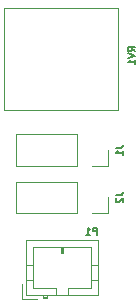
<source format=gbo>
G04 #@! TF.FileFunction,Legend,Bot*
%FSLAX46Y46*%
G04 Gerber Fmt 4.6, Leading zero omitted, Abs format (unit mm)*
G04 Created by KiCad (PCBNEW 4.0.4-1.fc24-product) date Fri Mar  2 09:17:19 2018*
%MOMM*%
%LPD*%
G01*
G04 APERTURE LIST*
%ADD10C,0.100000*%
%ADD11C,0.120000*%
%ADD12C,0.150000*%
G04 APERTURE END LIST*
D10*
D11*
X152710000Y-84610000D02*
X152710000Y-75940000D01*
X143090000Y-84610000D02*
X143090000Y-75940000D01*
X152710000Y-84610000D02*
X143090000Y-84610000D01*
X152710000Y-75940000D02*
X143090000Y-75940000D01*
X144950000Y-100300000D02*
X144950000Y-95600000D01*
X144950000Y-95600000D02*
X151050000Y-95600000D01*
X151050000Y-95600000D02*
X151050000Y-100300000D01*
X151050000Y-100300000D02*
X144950000Y-100300000D01*
X147500000Y-100300000D02*
X147500000Y-99700000D01*
X147500000Y-99700000D02*
X145550000Y-99700000D01*
X145550000Y-99700000D02*
X145550000Y-96200000D01*
X145550000Y-96200000D02*
X150450000Y-96200000D01*
X150450000Y-96200000D02*
X150450000Y-99700000D01*
X150450000Y-99700000D02*
X148500000Y-99700000D01*
X148500000Y-99700000D02*
X148500000Y-100300000D01*
X144950000Y-99000000D02*
X145550000Y-99000000D01*
X144950000Y-97700000D02*
X145550000Y-97700000D01*
X151050000Y-99000000D02*
X150450000Y-99000000D01*
X151050000Y-97700000D02*
X150450000Y-97700000D01*
X146700000Y-100300000D02*
X146700000Y-100500000D01*
X146700000Y-100500000D02*
X146400000Y-100500000D01*
X146400000Y-100500000D02*
X146400000Y-100300000D01*
X146700000Y-100400000D02*
X146400000Y-100400000D01*
X147900000Y-96200000D02*
X147900000Y-96700000D01*
X147900000Y-96700000D02*
X148100000Y-96700000D01*
X148100000Y-96700000D02*
X148100000Y-96200000D01*
X148000000Y-96200000D02*
X148000000Y-96700000D01*
X145900000Y-100600000D02*
X144650000Y-100600000D01*
X144650000Y-100600000D02*
X144650000Y-99350000D01*
X144130000Y-89330000D02*
X144130000Y-86670000D01*
X149270000Y-89330000D02*
X144130000Y-89330000D01*
X149270000Y-86670000D02*
X144130000Y-86670000D01*
X149270000Y-89330000D02*
X149270000Y-86670000D01*
X150540000Y-89330000D02*
X151870000Y-89330000D01*
X151870000Y-89330000D02*
X151870000Y-88000000D01*
X144130000Y-93330000D02*
X144130000Y-90670000D01*
X149270000Y-93330000D02*
X144130000Y-93330000D01*
X149270000Y-90670000D02*
X144130000Y-90670000D01*
X149270000Y-93330000D02*
X149270000Y-90670000D01*
X150540000Y-93330000D02*
X151870000Y-93330000D01*
X151870000Y-93330000D02*
X151870000Y-92000000D01*
D12*
X154171429Y-79642857D02*
X153885714Y-79442857D01*
X154171429Y-79300000D02*
X153571429Y-79300000D01*
X153571429Y-79528572D01*
X153600000Y-79585714D01*
X153628571Y-79614286D01*
X153685714Y-79642857D01*
X153771429Y-79642857D01*
X153828571Y-79614286D01*
X153857143Y-79585714D01*
X153885714Y-79528572D01*
X153885714Y-79300000D01*
X153571429Y-79814286D02*
X154171429Y-80014286D01*
X153571429Y-80214286D01*
X154171429Y-80728572D02*
X154171429Y-80385715D01*
X154171429Y-80557143D02*
X153571429Y-80557143D01*
X153657143Y-80500000D01*
X153714286Y-80442858D01*
X153742857Y-80385715D01*
X150942857Y-95171429D02*
X150942857Y-94571429D01*
X150714285Y-94571429D01*
X150657143Y-94600000D01*
X150628571Y-94628571D01*
X150600000Y-94685714D01*
X150600000Y-94771429D01*
X150628571Y-94828571D01*
X150657143Y-94857143D01*
X150714285Y-94885714D01*
X150942857Y-94885714D01*
X150028571Y-95171429D02*
X150371428Y-95171429D01*
X150200000Y-95171429D02*
X150200000Y-94571429D01*
X150257143Y-94657143D01*
X150314285Y-94714286D01*
X150371428Y-94742857D01*
X152541429Y-87800000D02*
X152970000Y-87800000D01*
X153055714Y-87771428D01*
X153112857Y-87714285D01*
X153141429Y-87628571D01*
X153141429Y-87571428D01*
X153141429Y-88400000D02*
X153141429Y-88057143D01*
X153141429Y-88228571D02*
X152541429Y-88228571D01*
X152627143Y-88171428D01*
X152684286Y-88114286D01*
X152712857Y-88057143D01*
X152541429Y-91800000D02*
X152970000Y-91800000D01*
X153055714Y-91771428D01*
X153112857Y-91714285D01*
X153141429Y-91628571D01*
X153141429Y-91571428D01*
X152598571Y-92057143D02*
X152570000Y-92085714D01*
X152541429Y-92142857D01*
X152541429Y-92285714D01*
X152570000Y-92342857D01*
X152598571Y-92371428D01*
X152655714Y-92400000D01*
X152712857Y-92400000D01*
X152798571Y-92371428D01*
X153141429Y-92028571D01*
X153141429Y-92400000D01*
M02*

</source>
